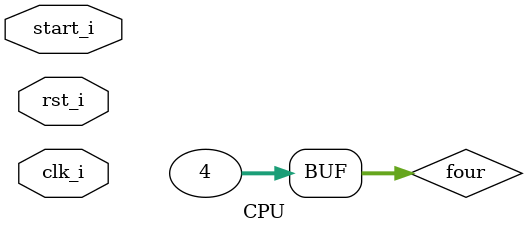
<source format=v>
module CPU
(
    clk_i, 
    rst_i,
    start_i
);

// Ports
input           clk_i;
input           rst_i;
input           start_i;

// Wires
// PC
wire    [31:0]  pc_i;
wire    [31:0]  pc_o;
wire    [31:0]  instr;
wire    [1:0]   ALU_op;
wire            ALU_src;
wire            reg_write;
wire    [31:0]  rs1_data;
wire    [31:0]  rs2_data;
wire    [31:0]  imm_32;
wire    [31:0]  mux_out;
wire    [9:0]   funct;
wire    [2:0]   ALU_ctrl;
wire    [31:0]  ALU_result;
wire            zero;
wire    [31:0]  four;

// assign 4
assign four = 32'd4;
// assign function code
assign funct = { instr[31:25], instr[14:12] };

// always @(posedge clk_i) begin
//     $display ("ALU_src: %d, ALU_ctrl: %d", ALU_src, ALU_ctrl);
//     $display ("ALU in 1: %d", rs1_data);
//     $display ("ALU in 2: %d", mux_out);
//     $display ("ALU out: %d", ALU_result);
// end

Control Control (
    .Op_i       (instr[6:0]),
    .ALUOp_o    (ALU_op),
    .ALUSrc_o   (ALU_src),
    .RegWrite_o (reg_write)
);

Adder Add_PC (
    .data1_in   (pc_o),
    .data2_in   (four),
    .data_o     (pc_i)
);

PC PC (
    .clk_i      (clk_i),
    .rst_i      (rst_i),
    .start_i    (start_i),
    .pc_i       (pc_i),
    .pc_o       (pc_o)
);

Instruction_Memory Instruction_Memory (
    .addr_i     (pc_o), 
    .instr_o    (instr)
);

Registers Registers (
    .clk_i       (clk_i),
    .RS1addr_i   (instr[19:15]),
    .RS2addr_i   (instr[24:20]),
    .RDaddr_i    (instr[11:7]), 
    .RDdata_i    (ALU_result),
    .RegWrite_i  (reg_write), 
    .RS1data_o   (rs1_data), 
    .RS2data_o   (rs2_data) 
);

MUX32 MUX_ALUSrc (
    .data1_i    (rs2_data),
    .data2_i    (imm_32),
    .select_i   (ALU_src),
    .data_o     (mux_out)
);

Sign_Extend Sign_Extend (
    .data_i     (instr[31:20]),
    .data_o     (imm_32)
);
  
ALU ALU (
    .data1_i    (rs1_data),
    .data2_i    (mux_out),
    .ALUCtrl_i  (ALU_ctrl),
    .data_o     (ALU_result),
    .Zero_o     (zero)
);

ALU_Control ALU_Control (
    .funct_i    (funct),
    .ALUOp_i    (ALU_op),
    .ALUCtrl_o  (ALU_ctrl)
);

endmodule


</source>
